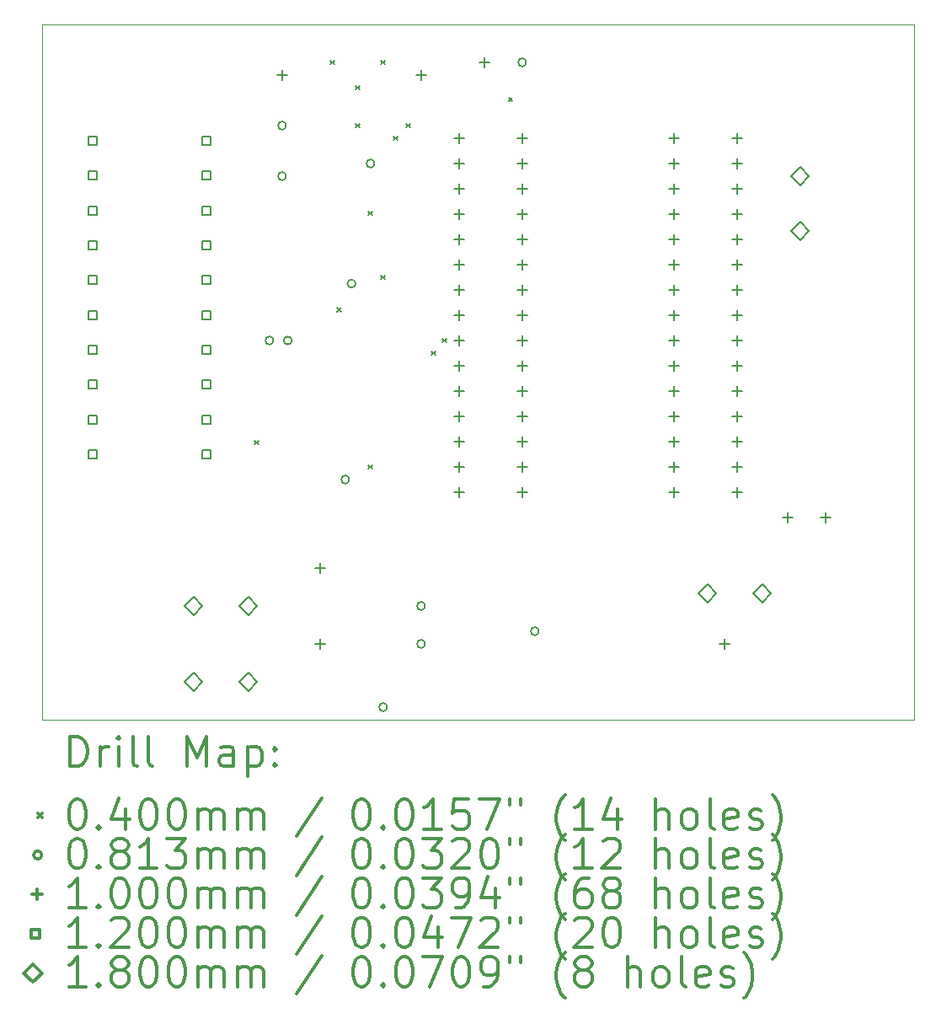
<source format=gbr>
%FSLAX45Y45*%
G04 Gerber Fmt 4.5, Leading zero omitted, Abs format (unit mm)*
G04 Created by KiCad (PCBNEW (5.1.10)-1) date 2021-12-04 11:07:23*
%MOMM*%
%LPD*%
G01*
G04 APERTURE LIST*
%TA.AperFunction,Profile*%
%ADD10C,0.050000*%
%TD*%
%ADD11C,0.200000*%
%ADD12C,0.300000*%
G04 APERTURE END LIST*
D10*
X6731000Y-13208000D02*
X6731000Y-6223000D01*
X15494000Y-13208000D02*
X6731000Y-13208000D01*
X15494000Y-6223000D02*
X15494000Y-13208000D01*
X6731000Y-6223000D02*
X15494000Y-6223000D01*
D11*
X8870000Y-10403000D02*
X8910000Y-10443000D01*
X8910000Y-10403000D02*
X8870000Y-10443000D01*
X9632000Y-6584000D02*
X9672000Y-6624000D01*
X9672000Y-6584000D02*
X9632000Y-6624000D01*
X9695500Y-9068500D02*
X9735500Y-9108500D01*
X9735500Y-9068500D02*
X9695500Y-9108500D01*
X9886000Y-6838000D02*
X9926000Y-6878000D01*
X9926000Y-6838000D02*
X9886000Y-6878000D01*
X9886000Y-7219000D02*
X9926000Y-7259000D01*
X9926000Y-7219000D02*
X9886000Y-7259000D01*
X10013000Y-8099000D02*
X10053000Y-8139000D01*
X10053000Y-8099000D02*
X10013000Y-8139000D01*
X10013000Y-10648000D02*
X10053000Y-10688000D01*
X10053000Y-10648000D02*
X10013000Y-10688000D01*
X10140000Y-6584000D02*
X10180000Y-6624000D01*
X10180000Y-6584000D02*
X10140000Y-6624000D01*
X10140000Y-8743000D02*
X10180000Y-8783000D01*
X10180000Y-8743000D02*
X10140000Y-8783000D01*
X10267000Y-7346000D02*
X10307000Y-7386000D01*
X10307000Y-7346000D02*
X10267000Y-7386000D01*
X10394000Y-7219000D02*
X10434000Y-7259000D01*
X10434000Y-7219000D02*
X10394000Y-7259000D01*
X10648000Y-9505000D02*
X10688000Y-9545000D01*
X10688000Y-9505000D02*
X10648000Y-9545000D01*
X10757000Y-9378000D02*
X10797000Y-9418000D01*
X10797000Y-9378000D02*
X10757000Y-9418000D01*
X11419500Y-6955500D02*
X11459500Y-6995500D01*
X11459500Y-6955500D02*
X11419500Y-6995500D01*
X9057640Y-9398000D02*
G75*
G03*
X9057640Y-9398000I-40640J0D01*
G01*
X9184640Y-7239000D02*
G75*
G03*
X9184640Y-7239000I-40640J0D01*
G01*
X9184640Y-7747000D02*
G75*
G03*
X9184640Y-7747000I-40640J0D01*
G01*
X9240200Y-9398000D02*
G75*
G03*
X9240200Y-9398000I-40640J0D01*
G01*
X9819640Y-10795000D02*
G75*
G03*
X9819640Y-10795000I-40640J0D01*
G01*
X9883140Y-8826500D02*
G75*
G03*
X9883140Y-8826500I-40640J0D01*
G01*
X10073640Y-7620000D02*
G75*
G03*
X10073640Y-7620000I-40640J0D01*
G01*
X10200640Y-13081000D02*
G75*
G03*
X10200640Y-13081000I-40640J0D01*
G01*
X10581640Y-12065000D02*
G75*
G03*
X10581640Y-12065000I-40640J0D01*
G01*
X10581640Y-12446000D02*
G75*
G03*
X10581640Y-12446000I-40640J0D01*
G01*
X11597640Y-6604000D02*
G75*
G03*
X11597640Y-6604000I-40640J0D01*
G01*
X11724640Y-12319000D02*
G75*
G03*
X11724640Y-12319000I-40640J0D01*
G01*
X9144000Y-6681000D02*
X9144000Y-6781000D01*
X9094000Y-6731000D02*
X9194000Y-6731000D01*
X9525000Y-11634000D02*
X9525000Y-11734000D01*
X9475000Y-11684000D02*
X9575000Y-11684000D01*
X9525000Y-12396000D02*
X9525000Y-12496000D01*
X9475000Y-12446000D02*
X9575000Y-12446000D01*
X10541000Y-6681000D02*
X10541000Y-6781000D01*
X10491000Y-6731000D02*
X10591000Y-6731000D01*
X10922000Y-7316000D02*
X10922000Y-7416000D01*
X10872000Y-7366000D02*
X10972000Y-7366000D01*
X10922000Y-7570000D02*
X10922000Y-7670000D01*
X10872000Y-7620000D02*
X10972000Y-7620000D01*
X10922000Y-7824000D02*
X10922000Y-7924000D01*
X10872000Y-7874000D02*
X10972000Y-7874000D01*
X10922000Y-8078000D02*
X10922000Y-8178000D01*
X10872000Y-8128000D02*
X10972000Y-8128000D01*
X10922000Y-8332000D02*
X10922000Y-8432000D01*
X10872000Y-8382000D02*
X10972000Y-8382000D01*
X10922000Y-8586000D02*
X10922000Y-8686000D01*
X10872000Y-8636000D02*
X10972000Y-8636000D01*
X10922000Y-8840000D02*
X10922000Y-8940000D01*
X10872000Y-8890000D02*
X10972000Y-8890000D01*
X10922000Y-9094000D02*
X10922000Y-9194000D01*
X10872000Y-9144000D02*
X10972000Y-9144000D01*
X10922000Y-9348000D02*
X10922000Y-9448000D01*
X10872000Y-9398000D02*
X10972000Y-9398000D01*
X10922000Y-9602000D02*
X10922000Y-9702000D01*
X10872000Y-9652000D02*
X10972000Y-9652000D01*
X10922000Y-9856000D02*
X10922000Y-9956000D01*
X10872000Y-9906000D02*
X10972000Y-9906000D01*
X10922000Y-10110000D02*
X10922000Y-10210000D01*
X10872000Y-10160000D02*
X10972000Y-10160000D01*
X10922000Y-10364000D02*
X10922000Y-10464000D01*
X10872000Y-10414000D02*
X10972000Y-10414000D01*
X10922000Y-10618000D02*
X10922000Y-10718000D01*
X10872000Y-10668000D02*
X10972000Y-10668000D01*
X10922000Y-10872000D02*
X10922000Y-10972000D01*
X10872000Y-10922000D02*
X10972000Y-10922000D01*
X11176000Y-6554000D02*
X11176000Y-6654000D01*
X11126000Y-6604000D02*
X11226000Y-6604000D01*
X11557000Y-7316000D02*
X11557000Y-7416000D01*
X11507000Y-7366000D02*
X11607000Y-7366000D01*
X11557000Y-7570000D02*
X11557000Y-7670000D01*
X11507000Y-7620000D02*
X11607000Y-7620000D01*
X11557000Y-7824000D02*
X11557000Y-7924000D01*
X11507000Y-7874000D02*
X11607000Y-7874000D01*
X11557000Y-8078000D02*
X11557000Y-8178000D01*
X11507000Y-8128000D02*
X11607000Y-8128000D01*
X11557000Y-8332000D02*
X11557000Y-8432000D01*
X11507000Y-8382000D02*
X11607000Y-8382000D01*
X11557000Y-8586000D02*
X11557000Y-8686000D01*
X11507000Y-8636000D02*
X11607000Y-8636000D01*
X11557000Y-8840000D02*
X11557000Y-8940000D01*
X11507000Y-8890000D02*
X11607000Y-8890000D01*
X11557000Y-9094000D02*
X11557000Y-9194000D01*
X11507000Y-9144000D02*
X11607000Y-9144000D01*
X11557000Y-9348000D02*
X11557000Y-9448000D01*
X11507000Y-9398000D02*
X11607000Y-9398000D01*
X11557000Y-9602000D02*
X11557000Y-9702000D01*
X11507000Y-9652000D02*
X11607000Y-9652000D01*
X11557000Y-9856000D02*
X11557000Y-9956000D01*
X11507000Y-9906000D02*
X11607000Y-9906000D01*
X11557000Y-10110000D02*
X11557000Y-10210000D01*
X11507000Y-10160000D02*
X11607000Y-10160000D01*
X11557000Y-10364000D02*
X11557000Y-10464000D01*
X11507000Y-10414000D02*
X11607000Y-10414000D01*
X11557000Y-10618000D02*
X11557000Y-10718000D01*
X11507000Y-10668000D02*
X11607000Y-10668000D01*
X11557000Y-10872000D02*
X11557000Y-10972000D01*
X11507000Y-10922000D02*
X11607000Y-10922000D01*
X13081000Y-7316000D02*
X13081000Y-7416000D01*
X13031000Y-7366000D02*
X13131000Y-7366000D01*
X13081000Y-7570000D02*
X13081000Y-7670000D01*
X13031000Y-7620000D02*
X13131000Y-7620000D01*
X13081000Y-7824000D02*
X13081000Y-7924000D01*
X13031000Y-7874000D02*
X13131000Y-7874000D01*
X13081000Y-8078000D02*
X13081000Y-8178000D01*
X13031000Y-8128000D02*
X13131000Y-8128000D01*
X13081000Y-8332000D02*
X13081000Y-8432000D01*
X13031000Y-8382000D02*
X13131000Y-8382000D01*
X13081000Y-8586000D02*
X13081000Y-8686000D01*
X13031000Y-8636000D02*
X13131000Y-8636000D01*
X13081000Y-8840000D02*
X13081000Y-8940000D01*
X13031000Y-8890000D02*
X13131000Y-8890000D01*
X13081000Y-9094000D02*
X13081000Y-9194000D01*
X13031000Y-9144000D02*
X13131000Y-9144000D01*
X13081000Y-9348000D02*
X13081000Y-9448000D01*
X13031000Y-9398000D02*
X13131000Y-9398000D01*
X13081000Y-9602000D02*
X13081000Y-9702000D01*
X13031000Y-9652000D02*
X13131000Y-9652000D01*
X13081000Y-9856000D02*
X13081000Y-9956000D01*
X13031000Y-9906000D02*
X13131000Y-9906000D01*
X13081000Y-10110000D02*
X13081000Y-10210000D01*
X13031000Y-10160000D02*
X13131000Y-10160000D01*
X13081000Y-10364000D02*
X13081000Y-10464000D01*
X13031000Y-10414000D02*
X13131000Y-10414000D01*
X13081000Y-10618000D02*
X13081000Y-10718000D01*
X13031000Y-10668000D02*
X13131000Y-10668000D01*
X13081000Y-10872000D02*
X13081000Y-10972000D01*
X13031000Y-10922000D02*
X13131000Y-10922000D01*
X13589000Y-12396000D02*
X13589000Y-12496000D01*
X13539000Y-12446000D02*
X13639000Y-12446000D01*
X13716000Y-7316000D02*
X13716000Y-7416000D01*
X13666000Y-7366000D02*
X13766000Y-7366000D01*
X13716000Y-7570000D02*
X13716000Y-7670000D01*
X13666000Y-7620000D02*
X13766000Y-7620000D01*
X13716000Y-7824000D02*
X13716000Y-7924000D01*
X13666000Y-7874000D02*
X13766000Y-7874000D01*
X13716000Y-8078000D02*
X13716000Y-8178000D01*
X13666000Y-8128000D02*
X13766000Y-8128000D01*
X13716000Y-8332000D02*
X13716000Y-8432000D01*
X13666000Y-8382000D02*
X13766000Y-8382000D01*
X13716000Y-8586000D02*
X13716000Y-8686000D01*
X13666000Y-8636000D02*
X13766000Y-8636000D01*
X13716000Y-8840000D02*
X13716000Y-8940000D01*
X13666000Y-8890000D02*
X13766000Y-8890000D01*
X13716000Y-9094000D02*
X13716000Y-9194000D01*
X13666000Y-9144000D02*
X13766000Y-9144000D01*
X13716000Y-9348000D02*
X13716000Y-9448000D01*
X13666000Y-9398000D02*
X13766000Y-9398000D01*
X13716000Y-9602000D02*
X13716000Y-9702000D01*
X13666000Y-9652000D02*
X13766000Y-9652000D01*
X13716000Y-9856000D02*
X13716000Y-9956000D01*
X13666000Y-9906000D02*
X13766000Y-9906000D01*
X13716000Y-10110000D02*
X13716000Y-10210000D01*
X13666000Y-10160000D02*
X13766000Y-10160000D01*
X13716000Y-10364000D02*
X13716000Y-10464000D01*
X13666000Y-10414000D02*
X13766000Y-10414000D01*
X13716000Y-10618000D02*
X13716000Y-10718000D01*
X13666000Y-10668000D02*
X13766000Y-10668000D01*
X13716000Y-10872000D02*
X13716000Y-10972000D01*
X13666000Y-10922000D02*
X13766000Y-10922000D01*
X14224000Y-11126000D02*
X14224000Y-11226000D01*
X14174000Y-11176000D02*
X14274000Y-11176000D01*
X14605000Y-11126000D02*
X14605000Y-11226000D01*
X14555000Y-11176000D02*
X14655000Y-11176000D01*
X7281427Y-7433427D02*
X7281427Y-7348573D01*
X7196573Y-7348573D01*
X7196573Y-7433427D01*
X7281427Y-7433427D01*
X7281427Y-7783427D02*
X7281427Y-7698573D01*
X7196573Y-7698573D01*
X7196573Y-7783427D01*
X7281427Y-7783427D01*
X7281427Y-8133427D02*
X7281427Y-8048573D01*
X7196573Y-8048573D01*
X7196573Y-8133427D01*
X7281427Y-8133427D01*
X7281427Y-8483427D02*
X7281427Y-8398573D01*
X7196573Y-8398573D01*
X7196573Y-8483427D01*
X7281427Y-8483427D01*
X7281427Y-8833427D02*
X7281427Y-8748573D01*
X7196573Y-8748573D01*
X7196573Y-8833427D01*
X7281427Y-8833427D01*
X7281427Y-9183427D02*
X7281427Y-9098573D01*
X7196573Y-9098573D01*
X7196573Y-9183427D01*
X7281427Y-9183427D01*
X7281427Y-9533427D02*
X7281427Y-9448573D01*
X7196573Y-9448573D01*
X7196573Y-9533427D01*
X7281427Y-9533427D01*
X7281427Y-9883427D02*
X7281427Y-9798573D01*
X7196573Y-9798573D01*
X7196573Y-9883427D01*
X7281427Y-9883427D01*
X7281427Y-10233427D02*
X7281427Y-10148573D01*
X7196573Y-10148573D01*
X7196573Y-10233427D01*
X7281427Y-10233427D01*
X7281427Y-10583427D02*
X7281427Y-10498573D01*
X7196573Y-10498573D01*
X7196573Y-10583427D01*
X7281427Y-10583427D01*
X8424427Y-7433427D02*
X8424427Y-7348573D01*
X8339573Y-7348573D01*
X8339573Y-7433427D01*
X8424427Y-7433427D01*
X8424427Y-7783427D02*
X8424427Y-7698573D01*
X8339573Y-7698573D01*
X8339573Y-7783427D01*
X8424427Y-7783427D01*
X8424427Y-8133427D02*
X8424427Y-8048573D01*
X8339573Y-8048573D01*
X8339573Y-8133427D01*
X8424427Y-8133427D01*
X8424427Y-8483427D02*
X8424427Y-8398573D01*
X8339573Y-8398573D01*
X8339573Y-8483427D01*
X8424427Y-8483427D01*
X8424427Y-8833427D02*
X8424427Y-8748573D01*
X8339573Y-8748573D01*
X8339573Y-8833427D01*
X8424427Y-8833427D01*
X8424427Y-9183427D02*
X8424427Y-9098573D01*
X8339573Y-9098573D01*
X8339573Y-9183427D01*
X8424427Y-9183427D01*
X8424427Y-9533427D02*
X8424427Y-9448573D01*
X8339573Y-9448573D01*
X8339573Y-9533427D01*
X8424427Y-9533427D01*
X8424427Y-9883427D02*
X8424427Y-9798573D01*
X8339573Y-9798573D01*
X8339573Y-9883427D01*
X8424427Y-9883427D01*
X8424427Y-10233427D02*
X8424427Y-10148573D01*
X8339573Y-10148573D01*
X8339573Y-10233427D01*
X8424427Y-10233427D01*
X8424427Y-10583427D02*
X8424427Y-10498573D01*
X8339573Y-10498573D01*
X8339573Y-10583427D01*
X8424427Y-10583427D01*
X8255000Y-12155000D02*
X8345000Y-12065000D01*
X8255000Y-11975000D01*
X8165000Y-12065000D01*
X8255000Y-12155000D01*
X8255000Y-12917000D02*
X8345000Y-12827000D01*
X8255000Y-12737000D01*
X8165000Y-12827000D01*
X8255000Y-12917000D01*
X8805000Y-12155000D02*
X8895000Y-12065000D01*
X8805000Y-11975000D01*
X8715000Y-12065000D01*
X8805000Y-12155000D01*
X8805000Y-12917000D02*
X8895000Y-12827000D01*
X8805000Y-12737000D01*
X8715000Y-12827000D01*
X8805000Y-12917000D01*
X13420000Y-12028000D02*
X13510000Y-11938000D01*
X13420000Y-11848000D01*
X13330000Y-11938000D01*
X13420000Y-12028000D01*
X13970000Y-12028000D02*
X14060000Y-11938000D01*
X13970000Y-11848000D01*
X13880000Y-11938000D01*
X13970000Y-12028000D01*
X14351000Y-7837000D02*
X14441000Y-7747000D01*
X14351000Y-7657000D01*
X14261000Y-7747000D01*
X14351000Y-7837000D01*
X14351000Y-8387000D02*
X14441000Y-8297000D01*
X14351000Y-8207000D01*
X14261000Y-8297000D01*
X14351000Y-8387000D01*
D12*
X7014928Y-13676214D02*
X7014928Y-13376214D01*
X7086357Y-13376214D01*
X7129214Y-13390500D01*
X7157786Y-13419071D01*
X7172071Y-13447643D01*
X7186357Y-13504786D01*
X7186357Y-13547643D01*
X7172071Y-13604786D01*
X7157786Y-13633357D01*
X7129214Y-13661929D01*
X7086357Y-13676214D01*
X7014928Y-13676214D01*
X7314928Y-13676214D02*
X7314928Y-13476214D01*
X7314928Y-13533357D02*
X7329214Y-13504786D01*
X7343500Y-13490500D01*
X7372071Y-13476214D01*
X7400643Y-13476214D01*
X7500643Y-13676214D02*
X7500643Y-13476214D01*
X7500643Y-13376214D02*
X7486357Y-13390500D01*
X7500643Y-13404786D01*
X7514928Y-13390500D01*
X7500643Y-13376214D01*
X7500643Y-13404786D01*
X7686357Y-13676214D02*
X7657786Y-13661929D01*
X7643500Y-13633357D01*
X7643500Y-13376214D01*
X7843500Y-13676214D02*
X7814928Y-13661929D01*
X7800643Y-13633357D01*
X7800643Y-13376214D01*
X8186357Y-13676214D02*
X8186357Y-13376214D01*
X8286357Y-13590500D01*
X8386357Y-13376214D01*
X8386357Y-13676214D01*
X8657786Y-13676214D02*
X8657786Y-13519071D01*
X8643500Y-13490500D01*
X8614928Y-13476214D01*
X8557786Y-13476214D01*
X8529214Y-13490500D01*
X8657786Y-13661929D02*
X8629214Y-13676214D01*
X8557786Y-13676214D01*
X8529214Y-13661929D01*
X8514928Y-13633357D01*
X8514928Y-13604786D01*
X8529214Y-13576214D01*
X8557786Y-13561929D01*
X8629214Y-13561929D01*
X8657786Y-13547643D01*
X8800643Y-13476214D02*
X8800643Y-13776214D01*
X8800643Y-13490500D02*
X8829214Y-13476214D01*
X8886357Y-13476214D01*
X8914928Y-13490500D01*
X8929214Y-13504786D01*
X8943500Y-13533357D01*
X8943500Y-13619071D01*
X8929214Y-13647643D01*
X8914928Y-13661929D01*
X8886357Y-13676214D01*
X8829214Y-13676214D01*
X8800643Y-13661929D01*
X9072071Y-13647643D02*
X9086357Y-13661929D01*
X9072071Y-13676214D01*
X9057786Y-13661929D01*
X9072071Y-13647643D01*
X9072071Y-13676214D01*
X9072071Y-13490500D02*
X9086357Y-13504786D01*
X9072071Y-13519071D01*
X9057786Y-13504786D01*
X9072071Y-13490500D01*
X9072071Y-13519071D01*
X6688500Y-14150500D02*
X6728500Y-14190500D01*
X6728500Y-14150500D02*
X6688500Y-14190500D01*
X7072071Y-14006214D02*
X7100643Y-14006214D01*
X7129214Y-14020500D01*
X7143500Y-14034786D01*
X7157786Y-14063357D01*
X7172071Y-14120500D01*
X7172071Y-14191929D01*
X7157786Y-14249071D01*
X7143500Y-14277643D01*
X7129214Y-14291929D01*
X7100643Y-14306214D01*
X7072071Y-14306214D01*
X7043500Y-14291929D01*
X7029214Y-14277643D01*
X7014928Y-14249071D01*
X7000643Y-14191929D01*
X7000643Y-14120500D01*
X7014928Y-14063357D01*
X7029214Y-14034786D01*
X7043500Y-14020500D01*
X7072071Y-14006214D01*
X7300643Y-14277643D02*
X7314928Y-14291929D01*
X7300643Y-14306214D01*
X7286357Y-14291929D01*
X7300643Y-14277643D01*
X7300643Y-14306214D01*
X7572071Y-14106214D02*
X7572071Y-14306214D01*
X7500643Y-13991929D02*
X7429214Y-14206214D01*
X7614928Y-14206214D01*
X7786357Y-14006214D02*
X7814928Y-14006214D01*
X7843500Y-14020500D01*
X7857786Y-14034786D01*
X7872071Y-14063357D01*
X7886357Y-14120500D01*
X7886357Y-14191929D01*
X7872071Y-14249071D01*
X7857786Y-14277643D01*
X7843500Y-14291929D01*
X7814928Y-14306214D01*
X7786357Y-14306214D01*
X7757786Y-14291929D01*
X7743500Y-14277643D01*
X7729214Y-14249071D01*
X7714928Y-14191929D01*
X7714928Y-14120500D01*
X7729214Y-14063357D01*
X7743500Y-14034786D01*
X7757786Y-14020500D01*
X7786357Y-14006214D01*
X8072071Y-14006214D02*
X8100643Y-14006214D01*
X8129214Y-14020500D01*
X8143500Y-14034786D01*
X8157786Y-14063357D01*
X8172071Y-14120500D01*
X8172071Y-14191929D01*
X8157786Y-14249071D01*
X8143500Y-14277643D01*
X8129214Y-14291929D01*
X8100643Y-14306214D01*
X8072071Y-14306214D01*
X8043500Y-14291929D01*
X8029214Y-14277643D01*
X8014928Y-14249071D01*
X8000643Y-14191929D01*
X8000643Y-14120500D01*
X8014928Y-14063357D01*
X8029214Y-14034786D01*
X8043500Y-14020500D01*
X8072071Y-14006214D01*
X8300643Y-14306214D02*
X8300643Y-14106214D01*
X8300643Y-14134786D02*
X8314928Y-14120500D01*
X8343500Y-14106214D01*
X8386357Y-14106214D01*
X8414928Y-14120500D01*
X8429214Y-14149071D01*
X8429214Y-14306214D01*
X8429214Y-14149071D02*
X8443500Y-14120500D01*
X8472071Y-14106214D01*
X8514928Y-14106214D01*
X8543500Y-14120500D01*
X8557786Y-14149071D01*
X8557786Y-14306214D01*
X8700643Y-14306214D02*
X8700643Y-14106214D01*
X8700643Y-14134786D02*
X8714928Y-14120500D01*
X8743500Y-14106214D01*
X8786357Y-14106214D01*
X8814928Y-14120500D01*
X8829214Y-14149071D01*
X8829214Y-14306214D01*
X8829214Y-14149071D02*
X8843500Y-14120500D01*
X8872071Y-14106214D01*
X8914928Y-14106214D01*
X8943500Y-14120500D01*
X8957786Y-14149071D01*
X8957786Y-14306214D01*
X9543500Y-13991929D02*
X9286357Y-14377643D01*
X9929214Y-14006214D02*
X9957786Y-14006214D01*
X9986357Y-14020500D01*
X10000643Y-14034786D01*
X10014928Y-14063357D01*
X10029214Y-14120500D01*
X10029214Y-14191929D01*
X10014928Y-14249071D01*
X10000643Y-14277643D01*
X9986357Y-14291929D01*
X9957786Y-14306214D01*
X9929214Y-14306214D01*
X9900643Y-14291929D01*
X9886357Y-14277643D01*
X9872071Y-14249071D01*
X9857786Y-14191929D01*
X9857786Y-14120500D01*
X9872071Y-14063357D01*
X9886357Y-14034786D01*
X9900643Y-14020500D01*
X9929214Y-14006214D01*
X10157786Y-14277643D02*
X10172071Y-14291929D01*
X10157786Y-14306214D01*
X10143500Y-14291929D01*
X10157786Y-14277643D01*
X10157786Y-14306214D01*
X10357786Y-14006214D02*
X10386357Y-14006214D01*
X10414928Y-14020500D01*
X10429214Y-14034786D01*
X10443500Y-14063357D01*
X10457786Y-14120500D01*
X10457786Y-14191929D01*
X10443500Y-14249071D01*
X10429214Y-14277643D01*
X10414928Y-14291929D01*
X10386357Y-14306214D01*
X10357786Y-14306214D01*
X10329214Y-14291929D01*
X10314928Y-14277643D01*
X10300643Y-14249071D01*
X10286357Y-14191929D01*
X10286357Y-14120500D01*
X10300643Y-14063357D01*
X10314928Y-14034786D01*
X10329214Y-14020500D01*
X10357786Y-14006214D01*
X10743500Y-14306214D02*
X10572071Y-14306214D01*
X10657786Y-14306214D02*
X10657786Y-14006214D01*
X10629214Y-14049071D01*
X10600643Y-14077643D01*
X10572071Y-14091929D01*
X11014928Y-14006214D02*
X10872071Y-14006214D01*
X10857786Y-14149071D01*
X10872071Y-14134786D01*
X10900643Y-14120500D01*
X10972071Y-14120500D01*
X11000643Y-14134786D01*
X11014928Y-14149071D01*
X11029214Y-14177643D01*
X11029214Y-14249071D01*
X11014928Y-14277643D01*
X11000643Y-14291929D01*
X10972071Y-14306214D01*
X10900643Y-14306214D01*
X10872071Y-14291929D01*
X10857786Y-14277643D01*
X11129214Y-14006214D02*
X11329214Y-14006214D01*
X11200643Y-14306214D01*
X11429214Y-14006214D02*
X11429214Y-14063357D01*
X11543500Y-14006214D02*
X11543500Y-14063357D01*
X11986357Y-14420500D02*
X11972071Y-14406214D01*
X11943500Y-14363357D01*
X11929214Y-14334786D01*
X11914928Y-14291929D01*
X11900643Y-14220500D01*
X11900643Y-14163357D01*
X11914928Y-14091929D01*
X11929214Y-14049071D01*
X11943500Y-14020500D01*
X11972071Y-13977643D01*
X11986357Y-13963357D01*
X12257786Y-14306214D02*
X12086357Y-14306214D01*
X12172071Y-14306214D02*
X12172071Y-14006214D01*
X12143500Y-14049071D01*
X12114928Y-14077643D01*
X12086357Y-14091929D01*
X12514928Y-14106214D02*
X12514928Y-14306214D01*
X12443500Y-13991929D02*
X12372071Y-14206214D01*
X12557786Y-14206214D01*
X12900643Y-14306214D02*
X12900643Y-14006214D01*
X13029214Y-14306214D02*
X13029214Y-14149071D01*
X13014928Y-14120500D01*
X12986357Y-14106214D01*
X12943500Y-14106214D01*
X12914928Y-14120500D01*
X12900643Y-14134786D01*
X13214928Y-14306214D02*
X13186357Y-14291929D01*
X13172071Y-14277643D01*
X13157786Y-14249071D01*
X13157786Y-14163357D01*
X13172071Y-14134786D01*
X13186357Y-14120500D01*
X13214928Y-14106214D01*
X13257786Y-14106214D01*
X13286357Y-14120500D01*
X13300643Y-14134786D01*
X13314928Y-14163357D01*
X13314928Y-14249071D01*
X13300643Y-14277643D01*
X13286357Y-14291929D01*
X13257786Y-14306214D01*
X13214928Y-14306214D01*
X13486357Y-14306214D02*
X13457786Y-14291929D01*
X13443500Y-14263357D01*
X13443500Y-14006214D01*
X13714928Y-14291929D02*
X13686357Y-14306214D01*
X13629214Y-14306214D01*
X13600643Y-14291929D01*
X13586357Y-14263357D01*
X13586357Y-14149071D01*
X13600643Y-14120500D01*
X13629214Y-14106214D01*
X13686357Y-14106214D01*
X13714928Y-14120500D01*
X13729214Y-14149071D01*
X13729214Y-14177643D01*
X13586357Y-14206214D01*
X13843500Y-14291929D02*
X13872071Y-14306214D01*
X13929214Y-14306214D01*
X13957786Y-14291929D01*
X13972071Y-14263357D01*
X13972071Y-14249071D01*
X13957786Y-14220500D01*
X13929214Y-14206214D01*
X13886357Y-14206214D01*
X13857786Y-14191929D01*
X13843500Y-14163357D01*
X13843500Y-14149071D01*
X13857786Y-14120500D01*
X13886357Y-14106214D01*
X13929214Y-14106214D01*
X13957786Y-14120500D01*
X14072071Y-14420500D02*
X14086357Y-14406214D01*
X14114928Y-14363357D01*
X14129214Y-14334786D01*
X14143500Y-14291929D01*
X14157786Y-14220500D01*
X14157786Y-14163357D01*
X14143500Y-14091929D01*
X14129214Y-14049071D01*
X14114928Y-14020500D01*
X14086357Y-13977643D01*
X14072071Y-13963357D01*
X6728500Y-14566500D02*
G75*
G03*
X6728500Y-14566500I-40640J0D01*
G01*
X7072071Y-14402214D02*
X7100643Y-14402214D01*
X7129214Y-14416500D01*
X7143500Y-14430786D01*
X7157786Y-14459357D01*
X7172071Y-14516500D01*
X7172071Y-14587929D01*
X7157786Y-14645071D01*
X7143500Y-14673643D01*
X7129214Y-14687929D01*
X7100643Y-14702214D01*
X7072071Y-14702214D01*
X7043500Y-14687929D01*
X7029214Y-14673643D01*
X7014928Y-14645071D01*
X7000643Y-14587929D01*
X7000643Y-14516500D01*
X7014928Y-14459357D01*
X7029214Y-14430786D01*
X7043500Y-14416500D01*
X7072071Y-14402214D01*
X7300643Y-14673643D02*
X7314928Y-14687929D01*
X7300643Y-14702214D01*
X7286357Y-14687929D01*
X7300643Y-14673643D01*
X7300643Y-14702214D01*
X7486357Y-14530786D02*
X7457786Y-14516500D01*
X7443500Y-14502214D01*
X7429214Y-14473643D01*
X7429214Y-14459357D01*
X7443500Y-14430786D01*
X7457786Y-14416500D01*
X7486357Y-14402214D01*
X7543500Y-14402214D01*
X7572071Y-14416500D01*
X7586357Y-14430786D01*
X7600643Y-14459357D01*
X7600643Y-14473643D01*
X7586357Y-14502214D01*
X7572071Y-14516500D01*
X7543500Y-14530786D01*
X7486357Y-14530786D01*
X7457786Y-14545071D01*
X7443500Y-14559357D01*
X7429214Y-14587929D01*
X7429214Y-14645071D01*
X7443500Y-14673643D01*
X7457786Y-14687929D01*
X7486357Y-14702214D01*
X7543500Y-14702214D01*
X7572071Y-14687929D01*
X7586357Y-14673643D01*
X7600643Y-14645071D01*
X7600643Y-14587929D01*
X7586357Y-14559357D01*
X7572071Y-14545071D01*
X7543500Y-14530786D01*
X7886357Y-14702214D02*
X7714928Y-14702214D01*
X7800643Y-14702214D02*
X7800643Y-14402214D01*
X7772071Y-14445071D01*
X7743500Y-14473643D01*
X7714928Y-14487929D01*
X7986357Y-14402214D02*
X8172071Y-14402214D01*
X8072071Y-14516500D01*
X8114928Y-14516500D01*
X8143500Y-14530786D01*
X8157786Y-14545071D01*
X8172071Y-14573643D01*
X8172071Y-14645071D01*
X8157786Y-14673643D01*
X8143500Y-14687929D01*
X8114928Y-14702214D01*
X8029214Y-14702214D01*
X8000643Y-14687929D01*
X7986357Y-14673643D01*
X8300643Y-14702214D02*
X8300643Y-14502214D01*
X8300643Y-14530786D02*
X8314928Y-14516500D01*
X8343500Y-14502214D01*
X8386357Y-14502214D01*
X8414928Y-14516500D01*
X8429214Y-14545071D01*
X8429214Y-14702214D01*
X8429214Y-14545071D02*
X8443500Y-14516500D01*
X8472071Y-14502214D01*
X8514928Y-14502214D01*
X8543500Y-14516500D01*
X8557786Y-14545071D01*
X8557786Y-14702214D01*
X8700643Y-14702214D02*
X8700643Y-14502214D01*
X8700643Y-14530786D02*
X8714928Y-14516500D01*
X8743500Y-14502214D01*
X8786357Y-14502214D01*
X8814928Y-14516500D01*
X8829214Y-14545071D01*
X8829214Y-14702214D01*
X8829214Y-14545071D02*
X8843500Y-14516500D01*
X8872071Y-14502214D01*
X8914928Y-14502214D01*
X8943500Y-14516500D01*
X8957786Y-14545071D01*
X8957786Y-14702214D01*
X9543500Y-14387929D02*
X9286357Y-14773643D01*
X9929214Y-14402214D02*
X9957786Y-14402214D01*
X9986357Y-14416500D01*
X10000643Y-14430786D01*
X10014928Y-14459357D01*
X10029214Y-14516500D01*
X10029214Y-14587929D01*
X10014928Y-14645071D01*
X10000643Y-14673643D01*
X9986357Y-14687929D01*
X9957786Y-14702214D01*
X9929214Y-14702214D01*
X9900643Y-14687929D01*
X9886357Y-14673643D01*
X9872071Y-14645071D01*
X9857786Y-14587929D01*
X9857786Y-14516500D01*
X9872071Y-14459357D01*
X9886357Y-14430786D01*
X9900643Y-14416500D01*
X9929214Y-14402214D01*
X10157786Y-14673643D02*
X10172071Y-14687929D01*
X10157786Y-14702214D01*
X10143500Y-14687929D01*
X10157786Y-14673643D01*
X10157786Y-14702214D01*
X10357786Y-14402214D02*
X10386357Y-14402214D01*
X10414928Y-14416500D01*
X10429214Y-14430786D01*
X10443500Y-14459357D01*
X10457786Y-14516500D01*
X10457786Y-14587929D01*
X10443500Y-14645071D01*
X10429214Y-14673643D01*
X10414928Y-14687929D01*
X10386357Y-14702214D01*
X10357786Y-14702214D01*
X10329214Y-14687929D01*
X10314928Y-14673643D01*
X10300643Y-14645071D01*
X10286357Y-14587929D01*
X10286357Y-14516500D01*
X10300643Y-14459357D01*
X10314928Y-14430786D01*
X10329214Y-14416500D01*
X10357786Y-14402214D01*
X10557786Y-14402214D02*
X10743500Y-14402214D01*
X10643500Y-14516500D01*
X10686357Y-14516500D01*
X10714928Y-14530786D01*
X10729214Y-14545071D01*
X10743500Y-14573643D01*
X10743500Y-14645071D01*
X10729214Y-14673643D01*
X10714928Y-14687929D01*
X10686357Y-14702214D01*
X10600643Y-14702214D01*
X10572071Y-14687929D01*
X10557786Y-14673643D01*
X10857786Y-14430786D02*
X10872071Y-14416500D01*
X10900643Y-14402214D01*
X10972071Y-14402214D01*
X11000643Y-14416500D01*
X11014928Y-14430786D01*
X11029214Y-14459357D01*
X11029214Y-14487929D01*
X11014928Y-14530786D01*
X10843500Y-14702214D01*
X11029214Y-14702214D01*
X11214928Y-14402214D02*
X11243500Y-14402214D01*
X11272071Y-14416500D01*
X11286357Y-14430786D01*
X11300643Y-14459357D01*
X11314928Y-14516500D01*
X11314928Y-14587929D01*
X11300643Y-14645071D01*
X11286357Y-14673643D01*
X11272071Y-14687929D01*
X11243500Y-14702214D01*
X11214928Y-14702214D01*
X11186357Y-14687929D01*
X11172071Y-14673643D01*
X11157786Y-14645071D01*
X11143500Y-14587929D01*
X11143500Y-14516500D01*
X11157786Y-14459357D01*
X11172071Y-14430786D01*
X11186357Y-14416500D01*
X11214928Y-14402214D01*
X11429214Y-14402214D02*
X11429214Y-14459357D01*
X11543500Y-14402214D02*
X11543500Y-14459357D01*
X11986357Y-14816500D02*
X11972071Y-14802214D01*
X11943500Y-14759357D01*
X11929214Y-14730786D01*
X11914928Y-14687929D01*
X11900643Y-14616500D01*
X11900643Y-14559357D01*
X11914928Y-14487929D01*
X11929214Y-14445071D01*
X11943500Y-14416500D01*
X11972071Y-14373643D01*
X11986357Y-14359357D01*
X12257786Y-14702214D02*
X12086357Y-14702214D01*
X12172071Y-14702214D02*
X12172071Y-14402214D01*
X12143500Y-14445071D01*
X12114928Y-14473643D01*
X12086357Y-14487929D01*
X12372071Y-14430786D02*
X12386357Y-14416500D01*
X12414928Y-14402214D01*
X12486357Y-14402214D01*
X12514928Y-14416500D01*
X12529214Y-14430786D01*
X12543500Y-14459357D01*
X12543500Y-14487929D01*
X12529214Y-14530786D01*
X12357786Y-14702214D01*
X12543500Y-14702214D01*
X12900643Y-14702214D02*
X12900643Y-14402214D01*
X13029214Y-14702214D02*
X13029214Y-14545071D01*
X13014928Y-14516500D01*
X12986357Y-14502214D01*
X12943500Y-14502214D01*
X12914928Y-14516500D01*
X12900643Y-14530786D01*
X13214928Y-14702214D02*
X13186357Y-14687929D01*
X13172071Y-14673643D01*
X13157786Y-14645071D01*
X13157786Y-14559357D01*
X13172071Y-14530786D01*
X13186357Y-14516500D01*
X13214928Y-14502214D01*
X13257786Y-14502214D01*
X13286357Y-14516500D01*
X13300643Y-14530786D01*
X13314928Y-14559357D01*
X13314928Y-14645071D01*
X13300643Y-14673643D01*
X13286357Y-14687929D01*
X13257786Y-14702214D01*
X13214928Y-14702214D01*
X13486357Y-14702214D02*
X13457786Y-14687929D01*
X13443500Y-14659357D01*
X13443500Y-14402214D01*
X13714928Y-14687929D02*
X13686357Y-14702214D01*
X13629214Y-14702214D01*
X13600643Y-14687929D01*
X13586357Y-14659357D01*
X13586357Y-14545071D01*
X13600643Y-14516500D01*
X13629214Y-14502214D01*
X13686357Y-14502214D01*
X13714928Y-14516500D01*
X13729214Y-14545071D01*
X13729214Y-14573643D01*
X13586357Y-14602214D01*
X13843500Y-14687929D02*
X13872071Y-14702214D01*
X13929214Y-14702214D01*
X13957786Y-14687929D01*
X13972071Y-14659357D01*
X13972071Y-14645071D01*
X13957786Y-14616500D01*
X13929214Y-14602214D01*
X13886357Y-14602214D01*
X13857786Y-14587929D01*
X13843500Y-14559357D01*
X13843500Y-14545071D01*
X13857786Y-14516500D01*
X13886357Y-14502214D01*
X13929214Y-14502214D01*
X13957786Y-14516500D01*
X14072071Y-14816500D02*
X14086357Y-14802214D01*
X14114928Y-14759357D01*
X14129214Y-14730786D01*
X14143500Y-14687929D01*
X14157786Y-14616500D01*
X14157786Y-14559357D01*
X14143500Y-14487929D01*
X14129214Y-14445071D01*
X14114928Y-14416500D01*
X14086357Y-14373643D01*
X14072071Y-14359357D01*
X6678500Y-14912500D02*
X6678500Y-15012500D01*
X6628500Y-14962500D02*
X6728500Y-14962500D01*
X7172071Y-15098214D02*
X7000643Y-15098214D01*
X7086357Y-15098214D02*
X7086357Y-14798214D01*
X7057786Y-14841071D01*
X7029214Y-14869643D01*
X7000643Y-14883929D01*
X7300643Y-15069643D02*
X7314928Y-15083929D01*
X7300643Y-15098214D01*
X7286357Y-15083929D01*
X7300643Y-15069643D01*
X7300643Y-15098214D01*
X7500643Y-14798214D02*
X7529214Y-14798214D01*
X7557786Y-14812500D01*
X7572071Y-14826786D01*
X7586357Y-14855357D01*
X7600643Y-14912500D01*
X7600643Y-14983929D01*
X7586357Y-15041071D01*
X7572071Y-15069643D01*
X7557786Y-15083929D01*
X7529214Y-15098214D01*
X7500643Y-15098214D01*
X7472071Y-15083929D01*
X7457786Y-15069643D01*
X7443500Y-15041071D01*
X7429214Y-14983929D01*
X7429214Y-14912500D01*
X7443500Y-14855357D01*
X7457786Y-14826786D01*
X7472071Y-14812500D01*
X7500643Y-14798214D01*
X7786357Y-14798214D02*
X7814928Y-14798214D01*
X7843500Y-14812500D01*
X7857786Y-14826786D01*
X7872071Y-14855357D01*
X7886357Y-14912500D01*
X7886357Y-14983929D01*
X7872071Y-15041071D01*
X7857786Y-15069643D01*
X7843500Y-15083929D01*
X7814928Y-15098214D01*
X7786357Y-15098214D01*
X7757786Y-15083929D01*
X7743500Y-15069643D01*
X7729214Y-15041071D01*
X7714928Y-14983929D01*
X7714928Y-14912500D01*
X7729214Y-14855357D01*
X7743500Y-14826786D01*
X7757786Y-14812500D01*
X7786357Y-14798214D01*
X8072071Y-14798214D02*
X8100643Y-14798214D01*
X8129214Y-14812500D01*
X8143500Y-14826786D01*
X8157786Y-14855357D01*
X8172071Y-14912500D01*
X8172071Y-14983929D01*
X8157786Y-15041071D01*
X8143500Y-15069643D01*
X8129214Y-15083929D01*
X8100643Y-15098214D01*
X8072071Y-15098214D01*
X8043500Y-15083929D01*
X8029214Y-15069643D01*
X8014928Y-15041071D01*
X8000643Y-14983929D01*
X8000643Y-14912500D01*
X8014928Y-14855357D01*
X8029214Y-14826786D01*
X8043500Y-14812500D01*
X8072071Y-14798214D01*
X8300643Y-15098214D02*
X8300643Y-14898214D01*
X8300643Y-14926786D02*
X8314928Y-14912500D01*
X8343500Y-14898214D01*
X8386357Y-14898214D01*
X8414928Y-14912500D01*
X8429214Y-14941071D01*
X8429214Y-15098214D01*
X8429214Y-14941071D02*
X8443500Y-14912500D01*
X8472071Y-14898214D01*
X8514928Y-14898214D01*
X8543500Y-14912500D01*
X8557786Y-14941071D01*
X8557786Y-15098214D01*
X8700643Y-15098214D02*
X8700643Y-14898214D01*
X8700643Y-14926786D02*
X8714928Y-14912500D01*
X8743500Y-14898214D01*
X8786357Y-14898214D01*
X8814928Y-14912500D01*
X8829214Y-14941071D01*
X8829214Y-15098214D01*
X8829214Y-14941071D02*
X8843500Y-14912500D01*
X8872071Y-14898214D01*
X8914928Y-14898214D01*
X8943500Y-14912500D01*
X8957786Y-14941071D01*
X8957786Y-15098214D01*
X9543500Y-14783929D02*
X9286357Y-15169643D01*
X9929214Y-14798214D02*
X9957786Y-14798214D01*
X9986357Y-14812500D01*
X10000643Y-14826786D01*
X10014928Y-14855357D01*
X10029214Y-14912500D01*
X10029214Y-14983929D01*
X10014928Y-15041071D01*
X10000643Y-15069643D01*
X9986357Y-15083929D01*
X9957786Y-15098214D01*
X9929214Y-15098214D01*
X9900643Y-15083929D01*
X9886357Y-15069643D01*
X9872071Y-15041071D01*
X9857786Y-14983929D01*
X9857786Y-14912500D01*
X9872071Y-14855357D01*
X9886357Y-14826786D01*
X9900643Y-14812500D01*
X9929214Y-14798214D01*
X10157786Y-15069643D02*
X10172071Y-15083929D01*
X10157786Y-15098214D01*
X10143500Y-15083929D01*
X10157786Y-15069643D01*
X10157786Y-15098214D01*
X10357786Y-14798214D02*
X10386357Y-14798214D01*
X10414928Y-14812500D01*
X10429214Y-14826786D01*
X10443500Y-14855357D01*
X10457786Y-14912500D01*
X10457786Y-14983929D01*
X10443500Y-15041071D01*
X10429214Y-15069643D01*
X10414928Y-15083929D01*
X10386357Y-15098214D01*
X10357786Y-15098214D01*
X10329214Y-15083929D01*
X10314928Y-15069643D01*
X10300643Y-15041071D01*
X10286357Y-14983929D01*
X10286357Y-14912500D01*
X10300643Y-14855357D01*
X10314928Y-14826786D01*
X10329214Y-14812500D01*
X10357786Y-14798214D01*
X10557786Y-14798214D02*
X10743500Y-14798214D01*
X10643500Y-14912500D01*
X10686357Y-14912500D01*
X10714928Y-14926786D01*
X10729214Y-14941071D01*
X10743500Y-14969643D01*
X10743500Y-15041071D01*
X10729214Y-15069643D01*
X10714928Y-15083929D01*
X10686357Y-15098214D01*
X10600643Y-15098214D01*
X10572071Y-15083929D01*
X10557786Y-15069643D01*
X10886357Y-15098214D02*
X10943500Y-15098214D01*
X10972071Y-15083929D01*
X10986357Y-15069643D01*
X11014928Y-15026786D01*
X11029214Y-14969643D01*
X11029214Y-14855357D01*
X11014928Y-14826786D01*
X11000643Y-14812500D01*
X10972071Y-14798214D01*
X10914928Y-14798214D01*
X10886357Y-14812500D01*
X10872071Y-14826786D01*
X10857786Y-14855357D01*
X10857786Y-14926786D01*
X10872071Y-14955357D01*
X10886357Y-14969643D01*
X10914928Y-14983929D01*
X10972071Y-14983929D01*
X11000643Y-14969643D01*
X11014928Y-14955357D01*
X11029214Y-14926786D01*
X11286357Y-14898214D02*
X11286357Y-15098214D01*
X11214928Y-14783929D02*
X11143500Y-14998214D01*
X11329214Y-14998214D01*
X11429214Y-14798214D02*
X11429214Y-14855357D01*
X11543500Y-14798214D02*
X11543500Y-14855357D01*
X11986357Y-15212500D02*
X11972071Y-15198214D01*
X11943500Y-15155357D01*
X11929214Y-15126786D01*
X11914928Y-15083929D01*
X11900643Y-15012500D01*
X11900643Y-14955357D01*
X11914928Y-14883929D01*
X11929214Y-14841071D01*
X11943500Y-14812500D01*
X11972071Y-14769643D01*
X11986357Y-14755357D01*
X12229214Y-14798214D02*
X12172071Y-14798214D01*
X12143500Y-14812500D01*
X12129214Y-14826786D01*
X12100643Y-14869643D01*
X12086357Y-14926786D01*
X12086357Y-15041071D01*
X12100643Y-15069643D01*
X12114928Y-15083929D01*
X12143500Y-15098214D01*
X12200643Y-15098214D01*
X12229214Y-15083929D01*
X12243500Y-15069643D01*
X12257786Y-15041071D01*
X12257786Y-14969643D01*
X12243500Y-14941071D01*
X12229214Y-14926786D01*
X12200643Y-14912500D01*
X12143500Y-14912500D01*
X12114928Y-14926786D01*
X12100643Y-14941071D01*
X12086357Y-14969643D01*
X12429214Y-14926786D02*
X12400643Y-14912500D01*
X12386357Y-14898214D01*
X12372071Y-14869643D01*
X12372071Y-14855357D01*
X12386357Y-14826786D01*
X12400643Y-14812500D01*
X12429214Y-14798214D01*
X12486357Y-14798214D01*
X12514928Y-14812500D01*
X12529214Y-14826786D01*
X12543500Y-14855357D01*
X12543500Y-14869643D01*
X12529214Y-14898214D01*
X12514928Y-14912500D01*
X12486357Y-14926786D01*
X12429214Y-14926786D01*
X12400643Y-14941071D01*
X12386357Y-14955357D01*
X12372071Y-14983929D01*
X12372071Y-15041071D01*
X12386357Y-15069643D01*
X12400643Y-15083929D01*
X12429214Y-15098214D01*
X12486357Y-15098214D01*
X12514928Y-15083929D01*
X12529214Y-15069643D01*
X12543500Y-15041071D01*
X12543500Y-14983929D01*
X12529214Y-14955357D01*
X12514928Y-14941071D01*
X12486357Y-14926786D01*
X12900643Y-15098214D02*
X12900643Y-14798214D01*
X13029214Y-15098214D02*
X13029214Y-14941071D01*
X13014928Y-14912500D01*
X12986357Y-14898214D01*
X12943500Y-14898214D01*
X12914928Y-14912500D01*
X12900643Y-14926786D01*
X13214928Y-15098214D02*
X13186357Y-15083929D01*
X13172071Y-15069643D01*
X13157786Y-15041071D01*
X13157786Y-14955357D01*
X13172071Y-14926786D01*
X13186357Y-14912500D01*
X13214928Y-14898214D01*
X13257786Y-14898214D01*
X13286357Y-14912500D01*
X13300643Y-14926786D01*
X13314928Y-14955357D01*
X13314928Y-15041071D01*
X13300643Y-15069643D01*
X13286357Y-15083929D01*
X13257786Y-15098214D01*
X13214928Y-15098214D01*
X13486357Y-15098214D02*
X13457786Y-15083929D01*
X13443500Y-15055357D01*
X13443500Y-14798214D01*
X13714928Y-15083929D02*
X13686357Y-15098214D01*
X13629214Y-15098214D01*
X13600643Y-15083929D01*
X13586357Y-15055357D01*
X13586357Y-14941071D01*
X13600643Y-14912500D01*
X13629214Y-14898214D01*
X13686357Y-14898214D01*
X13714928Y-14912500D01*
X13729214Y-14941071D01*
X13729214Y-14969643D01*
X13586357Y-14998214D01*
X13843500Y-15083929D02*
X13872071Y-15098214D01*
X13929214Y-15098214D01*
X13957786Y-15083929D01*
X13972071Y-15055357D01*
X13972071Y-15041071D01*
X13957786Y-15012500D01*
X13929214Y-14998214D01*
X13886357Y-14998214D01*
X13857786Y-14983929D01*
X13843500Y-14955357D01*
X13843500Y-14941071D01*
X13857786Y-14912500D01*
X13886357Y-14898214D01*
X13929214Y-14898214D01*
X13957786Y-14912500D01*
X14072071Y-15212500D02*
X14086357Y-15198214D01*
X14114928Y-15155357D01*
X14129214Y-15126786D01*
X14143500Y-15083929D01*
X14157786Y-15012500D01*
X14157786Y-14955357D01*
X14143500Y-14883929D01*
X14129214Y-14841071D01*
X14114928Y-14812500D01*
X14086357Y-14769643D01*
X14072071Y-14755357D01*
X6710927Y-15400927D02*
X6710927Y-15316073D01*
X6626073Y-15316073D01*
X6626073Y-15400927D01*
X6710927Y-15400927D01*
X7172071Y-15494214D02*
X7000643Y-15494214D01*
X7086357Y-15494214D02*
X7086357Y-15194214D01*
X7057786Y-15237071D01*
X7029214Y-15265643D01*
X7000643Y-15279929D01*
X7300643Y-15465643D02*
X7314928Y-15479929D01*
X7300643Y-15494214D01*
X7286357Y-15479929D01*
X7300643Y-15465643D01*
X7300643Y-15494214D01*
X7429214Y-15222786D02*
X7443500Y-15208500D01*
X7472071Y-15194214D01*
X7543500Y-15194214D01*
X7572071Y-15208500D01*
X7586357Y-15222786D01*
X7600643Y-15251357D01*
X7600643Y-15279929D01*
X7586357Y-15322786D01*
X7414928Y-15494214D01*
X7600643Y-15494214D01*
X7786357Y-15194214D02*
X7814928Y-15194214D01*
X7843500Y-15208500D01*
X7857786Y-15222786D01*
X7872071Y-15251357D01*
X7886357Y-15308500D01*
X7886357Y-15379929D01*
X7872071Y-15437071D01*
X7857786Y-15465643D01*
X7843500Y-15479929D01*
X7814928Y-15494214D01*
X7786357Y-15494214D01*
X7757786Y-15479929D01*
X7743500Y-15465643D01*
X7729214Y-15437071D01*
X7714928Y-15379929D01*
X7714928Y-15308500D01*
X7729214Y-15251357D01*
X7743500Y-15222786D01*
X7757786Y-15208500D01*
X7786357Y-15194214D01*
X8072071Y-15194214D02*
X8100643Y-15194214D01*
X8129214Y-15208500D01*
X8143500Y-15222786D01*
X8157786Y-15251357D01*
X8172071Y-15308500D01*
X8172071Y-15379929D01*
X8157786Y-15437071D01*
X8143500Y-15465643D01*
X8129214Y-15479929D01*
X8100643Y-15494214D01*
X8072071Y-15494214D01*
X8043500Y-15479929D01*
X8029214Y-15465643D01*
X8014928Y-15437071D01*
X8000643Y-15379929D01*
X8000643Y-15308500D01*
X8014928Y-15251357D01*
X8029214Y-15222786D01*
X8043500Y-15208500D01*
X8072071Y-15194214D01*
X8300643Y-15494214D02*
X8300643Y-15294214D01*
X8300643Y-15322786D02*
X8314928Y-15308500D01*
X8343500Y-15294214D01*
X8386357Y-15294214D01*
X8414928Y-15308500D01*
X8429214Y-15337071D01*
X8429214Y-15494214D01*
X8429214Y-15337071D02*
X8443500Y-15308500D01*
X8472071Y-15294214D01*
X8514928Y-15294214D01*
X8543500Y-15308500D01*
X8557786Y-15337071D01*
X8557786Y-15494214D01*
X8700643Y-15494214D02*
X8700643Y-15294214D01*
X8700643Y-15322786D02*
X8714928Y-15308500D01*
X8743500Y-15294214D01*
X8786357Y-15294214D01*
X8814928Y-15308500D01*
X8829214Y-15337071D01*
X8829214Y-15494214D01*
X8829214Y-15337071D02*
X8843500Y-15308500D01*
X8872071Y-15294214D01*
X8914928Y-15294214D01*
X8943500Y-15308500D01*
X8957786Y-15337071D01*
X8957786Y-15494214D01*
X9543500Y-15179929D02*
X9286357Y-15565643D01*
X9929214Y-15194214D02*
X9957786Y-15194214D01*
X9986357Y-15208500D01*
X10000643Y-15222786D01*
X10014928Y-15251357D01*
X10029214Y-15308500D01*
X10029214Y-15379929D01*
X10014928Y-15437071D01*
X10000643Y-15465643D01*
X9986357Y-15479929D01*
X9957786Y-15494214D01*
X9929214Y-15494214D01*
X9900643Y-15479929D01*
X9886357Y-15465643D01*
X9872071Y-15437071D01*
X9857786Y-15379929D01*
X9857786Y-15308500D01*
X9872071Y-15251357D01*
X9886357Y-15222786D01*
X9900643Y-15208500D01*
X9929214Y-15194214D01*
X10157786Y-15465643D02*
X10172071Y-15479929D01*
X10157786Y-15494214D01*
X10143500Y-15479929D01*
X10157786Y-15465643D01*
X10157786Y-15494214D01*
X10357786Y-15194214D02*
X10386357Y-15194214D01*
X10414928Y-15208500D01*
X10429214Y-15222786D01*
X10443500Y-15251357D01*
X10457786Y-15308500D01*
X10457786Y-15379929D01*
X10443500Y-15437071D01*
X10429214Y-15465643D01*
X10414928Y-15479929D01*
X10386357Y-15494214D01*
X10357786Y-15494214D01*
X10329214Y-15479929D01*
X10314928Y-15465643D01*
X10300643Y-15437071D01*
X10286357Y-15379929D01*
X10286357Y-15308500D01*
X10300643Y-15251357D01*
X10314928Y-15222786D01*
X10329214Y-15208500D01*
X10357786Y-15194214D01*
X10714928Y-15294214D02*
X10714928Y-15494214D01*
X10643500Y-15179929D02*
X10572071Y-15394214D01*
X10757786Y-15394214D01*
X10843500Y-15194214D02*
X11043500Y-15194214D01*
X10914928Y-15494214D01*
X11143500Y-15222786D02*
X11157786Y-15208500D01*
X11186357Y-15194214D01*
X11257786Y-15194214D01*
X11286357Y-15208500D01*
X11300643Y-15222786D01*
X11314928Y-15251357D01*
X11314928Y-15279929D01*
X11300643Y-15322786D01*
X11129214Y-15494214D01*
X11314928Y-15494214D01*
X11429214Y-15194214D02*
X11429214Y-15251357D01*
X11543500Y-15194214D02*
X11543500Y-15251357D01*
X11986357Y-15608500D02*
X11972071Y-15594214D01*
X11943500Y-15551357D01*
X11929214Y-15522786D01*
X11914928Y-15479929D01*
X11900643Y-15408500D01*
X11900643Y-15351357D01*
X11914928Y-15279929D01*
X11929214Y-15237071D01*
X11943500Y-15208500D01*
X11972071Y-15165643D01*
X11986357Y-15151357D01*
X12086357Y-15222786D02*
X12100643Y-15208500D01*
X12129214Y-15194214D01*
X12200643Y-15194214D01*
X12229214Y-15208500D01*
X12243500Y-15222786D01*
X12257786Y-15251357D01*
X12257786Y-15279929D01*
X12243500Y-15322786D01*
X12072071Y-15494214D01*
X12257786Y-15494214D01*
X12443500Y-15194214D02*
X12472071Y-15194214D01*
X12500643Y-15208500D01*
X12514928Y-15222786D01*
X12529214Y-15251357D01*
X12543500Y-15308500D01*
X12543500Y-15379929D01*
X12529214Y-15437071D01*
X12514928Y-15465643D01*
X12500643Y-15479929D01*
X12472071Y-15494214D01*
X12443500Y-15494214D01*
X12414928Y-15479929D01*
X12400643Y-15465643D01*
X12386357Y-15437071D01*
X12372071Y-15379929D01*
X12372071Y-15308500D01*
X12386357Y-15251357D01*
X12400643Y-15222786D01*
X12414928Y-15208500D01*
X12443500Y-15194214D01*
X12900643Y-15494214D02*
X12900643Y-15194214D01*
X13029214Y-15494214D02*
X13029214Y-15337071D01*
X13014928Y-15308500D01*
X12986357Y-15294214D01*
X12943500Y-15294214D01*
X12914928Y-15308500D01*
X12900643Y-15322786D01*
X13214928Y-15494214D02*
X13186357Y-15479929D01*
X13172071Y-15465643D01*
X13157786Y-15437071D01*
X13157786Y-15351357D01*
X13172071Y-15322786D01*
X13186357Y-15308500D01*
X13214928Y-15294214D01*
X13257786Y-15294214D01*
X13286357Y-15308500D01*
X13300643Y-15322786D01*
X13314928Y-15351357D01*
X13314928Y-15437071D01*
X13300643Y-15465643D01*
X13286357Y-15479929D01*
X13257786Y-15494214D01*
X13214928Y-15494214D01*
X13486357Y-15494214D02*
X13457786Y-15479929D01*
X13443500Y-15451357D01*
X13443500Y-15194214D01*
X13714928Y-15479929D02*
X13686357Y-15494214D01*
X13629214Y-15494214D01*
X13600643Y-15479929D01*
X13586357Y-15451357D01*
X13586357Y-15337071D01*
X13600643Y-15308500D01*
X13629214Y-15294214D01*
X13686357Y-15294214D01*
X13714928Y-15308500D01*
X13729214Y-15337071D01*
X13729214Y-15365643D01*
X13586357Y-15394214D01*
X13843500Y-15479929D02*
X13872071Y-15494214D01*
X13929214Y-15494214D01*
X13957786Y-15479929D01*
X13972071Y-15451357D01*
X13972071Y-15437071D01*
X13957786Y-15408500D01*
X13929214Y-15394214D01*
X13886357Y-15394214D01*
X13857786Y-15379929D01*
X13843500Y-15351357D01*
X13843500Y-15337071D01*
X13857786Y-15308500D01*
X13886357Y-15294214D01*
X13929214Y-15294214D01*
X13957786Y-15308500D01*
X14072071Y-15608500D02*
X14086357Y-15594214D01*
X14114928Y-15551357D01*
X14129214Y-15522786D01*
X14143500Y-15479929D01*
X14157786Y-15408500D01*
X14157786Y-15351357D01*
X14143500Y-15279929D01*
X14129214Y-15237071D01*
X14114928Y-15208500D01*
X14086357Y-15165643D01*
X14072071Y-15151357D01*
X6638500Y-15844500D02*
X6728500Y-15754500D01*
X6638500Y-15664500D01*
X6548500Y-15754500D01*
X6638500Y-15844500D01*
X7172071Y-15890214D02*
X7000643Y-15890214D01*
X7086357Y-15890214D02*
X7086357Y-15590214D01*
X7057786Y-15633071D01*
X7029214Y-15661643D01*
X7000643Y-15675929D01*
X7300643Y-15861643D02*
X7314928Y-15875929D01*
X7300643Y-15890214D01*
X7286357Y-15875929D01*
X7300643Y-15861643D01*
X7300643Y-15890214D01*
X7486357Y-15718786D02*
X7457786Y-15704500D01*
X7443500Y-15690214D01*
X7429214Y-15661643D01*
X7429214Y-15647357D01*
X7443500Y-15618786D01*
X7457786Y-15604500D01*
X7486357Y-15590214D01*
X7543500Y-15590214D01*
X7572071Y-15604500D01*
X7586357Y-15618786D01*
X7600643Y-15647357D01*
X7600643Y-15661643D01*
X7586357Y-15690214D01*
X7572071Y-15704500D01*
X7543500Y-15718786D01*
X7486357Y-15718786D01*
X7457786Y-15733071D01*
X7443500Y-15747357D01*
X7429214Y-15775929D01*
X7429214Y-15833071D01*
X7443500Y-15861643D01*
X7457786Y-15875929D01*
X7486357Y-15890214D01*
X7543500Y-15890214D01*
X7572071Y-15875929D01*
X7586357Y-15861643D01*
X7600643Y-15833071D01*
X7600643Y-15775929D01*
X7586357Y-15747357D01*
X7572071Y-15733071D01*
X7543500Y-15718786D01*
X7786357Y-15590214D02*
X7814928Y-15590214D01*
X7843500Y-15604500D01*
X7857786Y-15618786D01*
X7872071Y-15647357D01*
X7886357Y-15704500D01*
X7886357Y-15775929D01*
X7872071Y-15833071D01*
X7857786Y-15861643D01*
X7843500Y-15875929D01*
X7814928Y-15890214D01*
X7786357Y-15890214D01*
X7757786Y-15875929D01*
X7743500Y-15861643D01*
X7729214Y-15833071D01*
X7714928Y-15775929D01*
X7714928Y-15704500D01*
X7729214Y-15647357D01*
X7743500Y-15618786D01*
X7757786Y-15604500D01*
X7786357Y-15590214D01*
X8072071Y-15590214D02*
X8100643Y-15590214D01*
X8129214Y-15604500D01*
X8143500Y-15618786D01*
X8157786Y-15647357D01*
X8172071Y-15704500D01*
X8172071Y-15775929D01*
X8157786Y-15833071D01*
X8143500Y-15861643D01*
X8129214Y-15875929D01*
X8100643Y-15890214D01*
X8072071Y-15890214D01*
X8043500Y-15875929D01*
X8029214Y-15861643D01*
X8014928Y-15833071D01*
X8000643Y-15775929D01*
X8000643Y-15704500D01*
X8014928Y-15647357D01*
X8029214Y-15618786D01*
X8043500Y-15604500D01*
X8072071Y-15590214D01*
X8300643Y-15890214D02*
X8300643Y-15690214D01*
X8300643Y-15718786D02*
X8314928Y-15704500D01*
X8343500Y-15690214D01*
X8386357Y-15690214D01*
X8414928Y-15704500D01*
X8429214Y-15733071D01*
X8429214Y-15890214D01*
X8429214Y-15733071D02*
X8443500Y-15704500D01*
X8472071Y-15690214D01*
X8514928Y-15690214D01*
X8543500Y-15704500D01*
X8557786Y-15733071D01*
X8557786Y-15890214D01*
X8700643Y-15890214D02*
X8700643Y-15690214D01*
X8700643Y-15718786D02*
X8714928Y-15704500D01*
X8743500Y-15690214D01*
X8786357Y-15690214D01*
X8814928Y-15704500D01*
X8829214Y-15733071D01*
X8829214Y-15890214D01*
X8829214Y-15733071D02*
X8843500Y-15704500D01*
X8872071Y-15690214D01*
X8914928Y-15690214D01*
X8943500Y-15704500D01*
X8957786Y-15733071D01*
X8957786Y-15890214D01*
X9543500Y-15575929D02*
X9286357Y-15961643D01*
X9929214Y-15590214D02*
X9957786Y-15590214D01*
X9986357Y-15604500D01*
X10000643Y-15618786D01*
X10014928Y-15647357D01*
X10029214Y-15704500D01*
X10029214Y-15775929D01*
X10014928Y-15833071D01*
X10000643Y-15861643D01*
X9986357Y-15875929D01*
X9957786Y-15890214D01*
X9929214Y-15890214D01*
X9900643Y-15875929D01*
X9886357Y-15861643D01*
X9872071Y-15833071D01*
X9857786Y-15775929D01*
X9857786Y-15704500D01*
X9872071Y-15647357D01*
X9886357Y-15618786D01*
X9900643Y-15604500D01*
X9929214Y-15590214D01*
X10157786Y-15861643D02*
X10172071Y-15875929D01*
X10157786Y-15890214D01*
X10143500Y-15875929D01*
X10157786Y-15861643D01*
X10157786Y-15890214D01*
X10357786Y-15590214D02*
X10386357Y-15590214D01*
X10414928Y-15604500D01*
X10429214Y-15618786D01*
X10443500Y-15647357D01*
X10457786Y-15704500D01*
X10457786Y-15775929D01*
X10443500Y-15833071D01*
X10429214Y-15861643D01*
X10414928Y-15875929D01*
X10386357Y-15890214D01*
X10357786Y-15890214D01*
X10329214Y-15875929D01*
X10314928Y-15861643D01*
X10300643Y-15833071D01*
X10286357Y-15775929D01*
X10286357Y-15704500D01*
X10300643Y-15647357D01*
X10314928Y-15618786D01*
X10329214Y-15604500D01*
X10357786Y-15590214D01*
X10557786Y-15590214D02*
X10757786Y-15590214D01*
X10629214Y-15890214D01*
X10929214Y-15590214D02*
X10957786Y-15590214D01*
X10986357Y-15604500D01*
X11000643Y-15618786D01*
X11014928Y-15647357D01*
X11029214Y-15704500D01*
X11029214Y-15775929D01*
X11014928Y-15833071D01*
X11000643Y-15861643D01*
X10986357Y-15875929D01*
X10957786Y-15890214D01*
X10929214Y-15890214D01*
X10900643Y-15875929D01*
X10886357Y-15861643D01*
X10872071Y-15833071D01*
X10857786Y-15775929D01*
X10857786Y-15704500D01*
X10872071Y-15647357D01*
X10886357Y-15618786D01*
X10900643Y-15604500D01*
X10929214Y-15590214D01*
X11172071Y-15890214D02*
X11229214Y-15890214D01*
X11257786Y-15875929D01*
X11272071Y-15861643D01*
X11300643Y-15818786D01*
X11314928Y-15761643D01*
X11314928Y-15647357D01*
X11300643Y-15618786D01*
X11286357Y-15604500D01*
X11257786Y-15590214D01*
X11200643Y-15590214D01*
X11172071Y-15604500D01*
X11157786Y-15618786D01*
X11143500Y-15647357D01*
X11143500Y-15718786D01*
X11157786Y-15747357D01*
X11172071Y-15761643D01*
X11200643Y-15775929D01*
X11257786Y-15775929D01*
X11286357Y-15761643D01*
X11300643Y-15747357D01*
X11314928Y-15718786D01*
X11429214Y-15590214D02*
X11429214Y-15647357D01*
X11543500Y-15590214D02*
X11543500Y-15647357D01*
X11986357Y-16004500D02*
X11972071Y-15990214D01*
X11943500Y-15947357D01*
X11929214Y-15918786D01*
X11914928Y-15875929D01*
X11900643Y-15804500D01*
X11900643Y-15747357D01*
X11914928Y-15675929D01*
X11929214Y-15633071D01*
X11943500Y-15604500D01*
X11972071Y-15561643D01*
X11986357Y-15547357D01*
X12143500Y-15718786D02*
X12114928Y-15704500D01*
X12100643Y-15690214D01*
X12086357Y-15661643D01*
X12086357Y-15647357D01*
X12100643Y-15618786D01*
X12114928Y-15604500D01*
X12143500Y-15590214D01*
X12200643Y-15590214D01*
X12229214Y-15604500D01*
X12243500Y-15618786D01*
X12257786Y-15647357D01*
X12257786Y-15661643D01*
X12243500Y-15690214D01*
X12229214Y-15704500D01*
X12200643Y-15718786D01*
X12143500Y-15718786D01*
X12114928Y-15733071D01*
X12100643Y-15747357D01*
X12086357Y-15775929D01*
X12086357Y-15833071D01*
X12100643Y-15861643D01*
X12114928Y-15875929D01*
X12143500Y-15890214D01*
X12200643Y-15890214D01*
X12229214Y-15875929D01*
X12243500Y-15861643D01*
X12257786Y-15833071D01*
X12257786Y-15775929D01*
X12243500Y-15747357D01*
X12229214Y-15733071D01*
X12200643Y-15718786D01*
X12614928Y-15890214D02*
X12614928Y-15590214D01*
X12743500Y-15890214D02*
X12743500Y-15733071D01*
X12729214Y-15704500D01*
X12700643Y-15690214D01*
X12657786Y-15690214D01*
X12629214Y-15704500D01*
X12614928Y-15718786D01*
X12929214Y-15890214D02*
X12900643Y-15875929D01*
X12886357Y-15861643D01*
X12872071Y-15833071D01*
X12872071Y-15747357D01*
X12886357Y-15718786D01*
X12900643Y-15704500D01*
X12929214Y-15690214D01*
X12972071Y-15690214D01*
X13000643Y-15704500D01*
X13014928Y-15718786D01*
X13029214Y-15747357D01*
X13029214Y-15833071D01*
X13014928Y-15861643D01*
X13000643Y-15875929D01*
X12972071Y-15890214D01*
X12929214Y-15890214D01*
X13200643Y-15890214D02*
X13172071Y-15875929D01*
X13157786Y-15847357D01*
X13157786Y-15590214D01*
X13429214Y-15875929D02*
X13400643Y-15890214D01*
X13343500Y-15890214D01*
X13314928Y-15875929D01*
X13300643Y-15847357D01*
X13300643Y-15733071D01*
X13314928Y-15704500D01*
X13343500Y-15690214D01*
X13400643Y-15690214D01*
X13429214Y-15704500D01*
X13443500Y-15733071D01*
X13443500Y-15761643D01*
X13300643Y-15790214D01*
X13557786Y-15875929D02*
X13586357Y-15890214D01*
X13643500Y-15890214D01*
X13672071Y-15875929D01*
X13686357Y-15847357D01*
X13686357Y-15833071D01*
X13672071Y-15804500D01*
X13643500Y-15790214D01*
X13600643Y-15790214D01*
X13572071Y-15775929D01*
X13557786Y-15747357D01*
X13557786Y-15733071D01*
X13572071Y-15704500D01*
X13600643Y-15690214D01*
X13643500Y-15690214D01*
X13672071Y-15704500D01*
X13786357Y-16004500D02*
X13800643Y-15990214D01*
X13829214Y-15947357D01*
X13843500Y-15918786D01*
X13857786Y-15875929D01*
X13872071Y-15804500D01*
X13872071Y-15747357D01*
X13857786Y-15675929D01*
X13843500Y-15633071D01*
X13829214Y-15604500D01*
X13800643Y-15561643D01*
X13786357Y-15547357D01*
M02*

</source>
